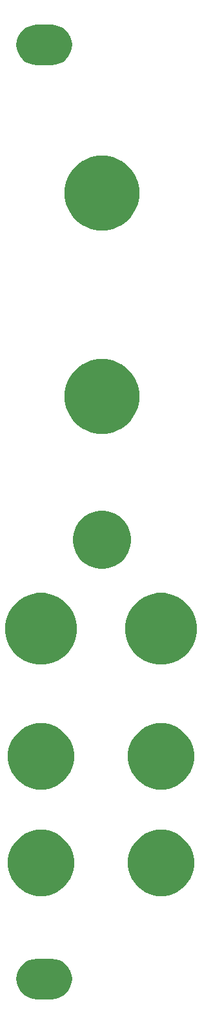
<source format=gbr>
G04 #@! TF.GenerationSoftware,KiCad,Pcbnew,(5.1.4)-1*
G04 #@! TF.CreationDate,2019-09-21T23:51:01+02:00*
G04 #@! TF.ProjectId,PolivoksVCF_panel,506f6c69-766f-46b7-9356-43465f70616e,rev?*
G04 #@! TF.SameCoordinates,Original*
G04 #@! TF.FileFunction,Soldermask,Bot*
G04 #@! TF.FilePolarity,Negative*
%FSLAX46Y46*%
G04 Gerber Fmt 4.6, Leading zero omitted, Abs format (unit mm)*
G04 Created by KiCad (PCBNEW (5.1.4)-1) date 2019-09-21 23:51:01*
%MOMM*%
%LPD*%
G04 APERTURE LIST*
%ADD10C,0.100000*%
G04 APERTURE END LIST*
D10*
G36*
X27017184Y-143099937D02*
G01*
X27514494Y-143250794D01*
X27972817Y-143495773D01*
X28374540Y-143825459D01*
X28704226Y-144227182D01*
X28949205Y-144685505D01*
X29100062Y-145182815D01*
X29151000Y-145699999D01*
X29151000Y-145700001D01*
X29100062Y-146217185D01*
X28949205Y-146714495D01*
X28704226Y-147172818D01*
X28374540Y-147574541D01*
X27972817Y-147904227D01*
X27514494Y-148149206D01*
X27017184Y-148300063D01*
X26500000Y-148351001D01*
X24500000Y-148351001D01*
X23982816Y-148300063D01*
X23485506Y-148149206D01*
X23027183Y-147904227D01*
X22625460Y-147574541D01*
X22295774Y-147172818D01*
X22050795Y-146714495D01*
X21899938Y-146217185D01*
X21849000Y-145700001D01*
X21849000Y-145699999D01*
X21899938Y-145182815D01*
X22050795Y-144685505D01*
X22295774Y-144227182D01*
X22625460Y-143825459D01*
X23027183Y-143495773D01*
X23485506Y-143250794D01*
X23982816Y-143099937D01*
X24500000Y-143048999D01*
X26500000Y-143048999D01*
X27017184Y-143099937D01*
X27017184Y-143099937D01*
G37*
G36*
X41380273Y-126143793D02*
G01*
X42101257Y-126287205D01*
X42893089Y-126615192D01*
X43605718Y-127091356D01*
X44211760Y-127697398D01*
X44687924Y-128410027D01*
X45015911Y-129201859D01*
X45183117Y-130042463D01*
X45183117Y-130899535D01*
X45015911Y-131740139D01*
X44687924Y-132531971D01*
X44211760Y-133244600D01*
X43605718Y-133850642D01*
X42893089Y-134326806D01*
X42101257Y-134654793D01*
X41380273Y-134798205D01*
X41260654Y-134821999D01*
X40403580Y-134821999D01*
X40283961Y-134798205D01*
X39562977Y-134654793D01*
X38771145Y-134326806D01*
X38058516Y-133850642D01*
X37452474Y-133244600D01*
X36976310Y-132531971D01*
X36648323Y-131740139D01*
X36481117Y-130899535D01*
X36481117Y-130042463D01*
X36648323Y-129201859D01*
X36976310Y-128410027D01*
X37452474Y-127697398D01*
X38058516Y-127091356D01*
X38771145Y-126615192D01*
X39562977Y-126287205D01*
X40283961Y-126143793D01*
X40403580Y-126119999D01*
X41260654Y-126119999D01*
X41380273Y-126143793D01*
X41380273Y-126143793D01*
G37*
G36*
X25632273Y-126143793D02*
G01*
X26353257Y-126287205D01*
X27145089Y-126615192D01*
X27857718Y-127091356D01*
X28463760Y-127697398D01*
X28939924Y-128410027D01*
X29267911Y-129201859D01*
X29435117Y-130042463D01*
X29435117Y-130899535D01*
X29267911Y-131740139D01*
X28939924Y-132531971D01*
X28463760Y-133244600D01*
X27857718Y-133850642D01*
X27145089Y-134326806D01*
X26353257Y-134654793D01*
X25632273Y-134798205D01*
X25512654Y-134821999D01*
X24655580Y-134821999D01*
X24535961Y-134798205D01*
X23814977Y-134654793D01*
X23023145Y-134326806D01*
X22310516Y-133850642D01*
X21704474Y-133244600D01*
X21228310Y-132531971D01*
X20900323Y-131740139D01*
X20733117Y-130899535D01*
X20733117Y-130042463D01*
X20900323Y-129201859D01*
X21228310Y-128410027D01*
X21704474Y-127697398D01*
X22310516Y-127091356D01*
X23023145Y-126615192D01*
X23814977Y-126287205D01*
X24535961Y-126143793D01*
X24655580Y-126119999D01*
X25512654Y-126119999D01*
X25632273Y-126143793D01*
X25632273Y-126143793D01*
G37*
G36*
X25632273Y-112173793D02*
G01*
X26353257Y-112317205D01*
X27145089Y-112645192D01*
X27857718Y-113121356D01*
X28463760Y-113727398D01*
X28939924Y-114440027D01*
X29267911Y-115231859D01*
X29435117Y-116072463D01*
X29435117Y-116929535D01*
X29267911Y-117770139D01*
X28939924Y-118561971D01*
X28463760Y-119274600D01*
X27857718Y-119880642D01*
X27145089Y-120356806D01*
X26353257Y-120684793D01*
X25632273Y-120828205D01*
X25512654Y-120851999D01*
X24655580Y-120851999D01*
X24535961Y-120828205D01*
X23814977Y-120684793D01*
X23023145Y-120356806D01*
X22310516Y-119880642D01*
X21704474Y-119274600D01*
X21228310Y-118561971D01*
X20900323Y-117770139D01*
X20733117Y-116929535D01*
X20733117Y-116072463D01*
X20900323Y-115231859D01*
X21228310Y-114440027D01*
X21704474Y-113727398D01*
X22310516Y-113121356D01*
X23023145Y-112645192D01*
X23814977Y-112317205D01*
X24535961Y-112173793D01*
X24655580Y-112149999D01*
X25512654Y-112149999D01*
X25632273Y-112173793D01*
X25632273Y-112173793D01*
G37*
G36*
X41380273Y-112173793D02*
G01*
X42101257Y-112317205D01*
X42893089Y-112645192D01*
X43605718Y-113121356D01*
X44211760Y-113727398D01*
X44687924Y-114440027D01*
X45015911Y-115231859D01*
X45183117Y-116072463D01*
X45183117Y-116929535D01*
X45015911Y-117770139D01*
X44687924Y-118561971D01*
X44211760Y-119274600D01*
X43605718Y-119880642D01*
X42893089Y-120356806D01*
X42101257Y-120684793D01*
X41380273Y-120828205D01*
X41260654Y-120851999D01*
X40403580Y-120851999D01*
X40283961Y-120828205D01*
X39562977Y-120684793D01*
X38771145Y-120356806D01*
X38058516Y-119880642D01*
X37452474Y-119274600D01*
X36976310Y-118561971D01*
X36648323Y-117770139D01*
X36481117Y-116929535D01*
X36481117Y-116072463D01*
X36648323Y-115231859D01*
X36976310Y-114440027D01*
X37452474Y-113727398D01*
X38058516Y-113121356D01*
X38771145Y-112645192D01*
X39562977Y-112317205D01*
X40283961Y-112173793D01*
X40403580Y-112149999D01*
X41260654Y-112149999D01*
X41380273Y-112173793D01*
X41380273Y-112173793D01*
G37*
G36*
X26455510Y-95254756D02*
G01*
X27311037Y-95609127D01*
X27311038Y-95609128D01*
X28080993Y-96123595D01*
X28735785Y-96778387D01*
X29079541Y-97292855D01*
X29250253Y-97548343D01*
X29604624Y-98403870D01*
X29785280Y-99312091D01*
X29785280Y-100238109D01*
X29604624Y-101146330D01*
X29250253Y-102001857D01*
X29250252Y-102001858D01*
X28735785Y-102771813D01*
X28080993Y-103426605D01*
X27566525Y-103770361D01*
X27311037Y-103941073D01*
X26455510Y-104295444D01*
X25547289Y-104476100D01*
X24621271Y-104476100D01*
X23713050Y-104295444D01*
X22857523Y-103941073D01*
X22602035Y-103770361D01*
X22087567Y-103426605D01*
X21432775Y-102771813D01*
X20918308Y-102001858D01*
X20918307Y-102001857D01*
X20563936Y-101146330D01*
X20383280Y-100238109D01*
X20383280Y-99312091D01*
X20563936Y-98403870D01*
X20918307Y-97548343D01*
X21089019Y-97292855D01*
X21432775Y-96778387D01*
X22087567Y-96123595D01*
X22857522Y-95609128D01*
X22857523Y-95609127D01*
X23713050Y-95254756D01*
X24621271Y-95074100D01*
X25547289Y-95074100D01*
X26455510Y-95254756D01*
X26455510Y-95254756D01*
G37*
G36*
X42203510Y-95254756D02*
G01*
X43059037Y-95609127D01*
X43059038Y-95609128D01*
X43828993Y-96123595D01*
X44483785Y-96778387D01*
X44827541Y-97292855D01*
X44998253Y-97548343D01*
X45352624Y-98403870D01*
X45533280Y-99312091D01*
X45533280Y-100238109D01*
X45352624Y-101146330D01*
X44998253Y-102001857D01*
X44998252Y-102001858D01*
X44483785Y-102771813D01*
X43828993Y-103426605D01*
X43314525Y-103770361D01*
X43059037Y-103941073D01*
X42203510Y-104295444D01*
X41295289Y-104476100D01*
X40369271Y-104476100D01*
X39461050Y-104295444D01*
X38605523Y-103941073D01*
X38350035Y-103770361D01*
X37835567Y-103426605D01*
X37180775Y-102771813D01*
X36666308Y-102001858D01*
X36666307Y-102001857D01*
X36311936Y-101146330D01*
X36131280Y-100238109D01*
X36131280Y-99312091D01*
X36311936Y-98403870D01*
X36666307Y-97548343D01*
X36837019Y-97292855D01*
X37180775Y-96778387D01*
X37835567Y-96123595D01*
X38605522Y-95609128D01*
X38605523Y-95609127D01*
X39461050Y-95254756D01*
X40369271Y-95074100D01*
X41295289Y-95074100D01*
X42203510Y-95254756D01*
X42203510Y-95254756D01*
G37*
G36*
X34193990Y-84441250D02*
G01*
X34885727Y-84727777D01*
X34885728Y-84727778D01*
X35508276Y-85143751D01*
X36037709Y-85673184D01*
X36315654Y-86089158D01*
X36453683Y-86295733D01*
X36740210Y-86987470D01*
X36886280Y-87721813D01*
X36886280Y-88470547D01*
X36740210Y-89204890D01*
X36453683Y-89896627D01*
X36453682Y-89896628D01*
X36037709Y-90519176D01*
X35508276Y-91048609D01*
X35092302Y-91326554D01*
X34885727Y-91464583D01*
X34193990Y-91751110D01*
X33459647Y-91897180D01*
X32710913Y-91897180D01*
X31976570Y-91751110D01*
X31284833Y-91464583D01*
X31078258Y-91326554D01*
X30662284Y-91048609D01*
X30132851Y-90519176D01*
X29716878Y-89896628D01*
X29716877Y-89896627D01*
X29430350Y-89204890D01*
X29284280Y-88470547D01*
X29284280Y-87721813D01*
X29430350Y-86987470D01*
X29716877Y-86295733D01*
X29854906Y-86089158D01*
X30132851Y-85673184D01*
X30662284Y-85143751D01*
X31284832Y-84727778D01*
X31284833Y-84727777D01*
X31976570Y-84441250D01*
X32710913Y-84295180D01*
X33459647Y-84295180D01*
X34193990Y-84441250D01*
X34193990Y-84441250D01*
G37*
G36*
X34514848Y-64582442D02*
G01*
X35406772Y-64951889D01*
X35406774Y-64951890D01*
X35608813Y-65086889D01*
X36209485Y-65488244D01*
X36892136Y-66170895D01*
X37428491Y-66973608D01*
X37797938Y-67865532D01*
X37986280Y-68812392D01*
X37986280Y-69777808D01*
X37797938Y-70724668D01*
X37428491Y-71616592D01*
X36892136Y-72419305D01*
X36209485Y-73101956D01*
X35608813Y-73503311D01*
X35406774Y-73638310D01*
X35406773Y-73638311D01*
X35406772Y-73638311D01*
X34514848Y-74007758D01*
X33567988Y-74196100D01*
X32602572Y-74196100D01*
X31655712Y-74007758D01*
X30763788Y-73638311D01*
X30763787Y-73638311D01*
X30763786Y-73638310D01*
X30561747Y-73503311D01*
X29961075Y-73101956D01*
X29278424Y-72419305D01*
X28742069Y-71616592D01*
X28372622Y-70724668D01*
X28184280Y-69777808D01*
X28184280Y-68812392D01*
X28372622Y-67865532D01*
X28742069Y-66973608D01*
X29278424Y-66170895D01*
X29961075Y-65488244D01*
X30561747Y-65086889D01*
X30763786Y-64951890D01*
X30763788Y-64951889D01*
X31655712Y-64582442D01*
X32602572Y-64394100D01*
X33567988Y-64394100D01*
X34514848Y-64582442D01*
X34514848Y-64582442D01*
G37*
G36*
X34514848Y-37912442D02*
G01*
X35406772Y-38281889D01*
X35406774Y-38281890D01*
X35608813Y-38416889D01*
X36209485Y-38818244D01*
X36892136Y-39500895D01*
X37428491Y-40303608D01*
X37797938Y-41195532D01*
X37986280Y-42142392D01*
X37986280Y-43107808D01*
X37797938Y-44054668D01*
X37428491Y-44946592D01*
X36892136Y-45749305D01*
X36209485Y-46431956D01*
X35608813Y-46833312D01*
X35406774Y-46968310D01*
X35406773Y-46968311D01*
X35406772Y-46968311D01*
X34514848Y-47337758D01*
X33567988Y-47526100D01*
X32602572Y-47526100D01*
X31655712Y-47337758D01*
X30763788Y-46968311D01*
X30763787Y-46968311D01*
X30763786Y-46968310D01*
X30561747Y-46833312D01*
X29961075Y-46431956D01*
X29278424Y-45749305D01*
X28742069Y-44946592D01*
X28372622Y-44054668D01*
X28184280Y-43107808D01*
X28184280Y-42142392D01*
X28372622Y-41195532D01*
X28742069Y-40303608D01*
X29278424Y-39500895D01*
X29961075Y-38818244D01*
X30561747Y-38416889D01*
X30763786Y-38281890D01*
X30763788Y-38281889D01*
X31655712Y-37912442D01*
X32602572Y-37724100D01*
X33567988Y-37724100D01*
X34514848Y-37912442D01*
X34514848Y-37912442D01*
G37*
G36*
X27017184Y-20599937D02*
G01*
X27514494Y-20750794D01*
X27972817Y-20995773D01*
X28374540Y-21325459D01*
X28704226Y-21727182D01*
X28949205Y-22185505D01*
X29100062Y-22682815D01*
X29151000Y-23199999D01*
X29151000Y-23200001D01*
X29100062Y-23717185D01*
X28949205Y-24214495D01*
X28704226Y-24672818D01*
X28374540Y-25074541D01*
X27972817Y-25404227D01*
X27514494Y-25649206D01*
X27017184Y-25800063D01*
X26500000Y-25851001D01*
X24500000Y-25851001D01*
X23982816Y-25800063D01*
X23485506Y-25649206D01*
X23027183Y-25404227D01*
X22625460Y-25074541D01*
X22295774Y-24672818D01*
X22050795Y-24214495D01*
X21899938Y-23717185D01*
X21849000Y-23200001D01*
X21849000Y-23199999D01*
X21899938Y-22682815D01*
X22050795Y-22185505D01*
X22295774Y-21727182D01*
X22625460Y-21325459D01*
X23027183Y-20995773D01*
X23485506Y-20750794D01*
X23982816Y-20599937D01*
X24500000Y-20548999D01*
X26500000Y-20548999D01*
X27017184Y-20599937D01*
X27017184Y-20599937D01*
G37*
M02*

</source>
